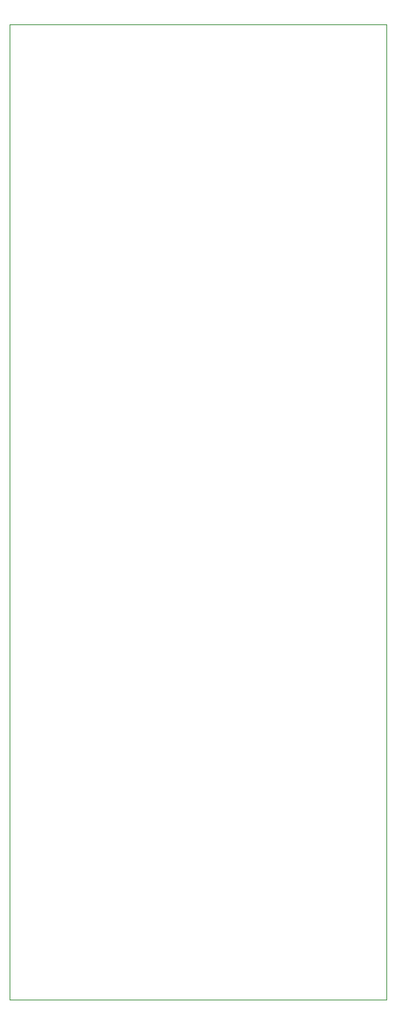
<source format=gbr>
G04 #@! TF.GenerationSoftware,KiCad,Pcbnew,(5.1.4-0-10_14)*
G04 #@! TF.CreationDate,2019-10-08T20:59:58-07:00*
G04 #@! TF.ProjectId,VCO_IO,56434f5f-494f-42e6-9b69-6361645f7063,rev?*
G04 #@! TF.SameCoordinates,Original*
G04 #@! TF.FileFunction,Profile,NP*
%FSLAX46Y46*%
G04 Gerber Fmt 4.6, Leading zero omitted, Abs format (unit mm)*
G04 Created by KiCad (PCBNEW (5.1.4-0-10_14)) date 2019-10-08 20:59:58*
%MOMM*%
%LPD*%
G04 APERTURE LIST*
%ADD10C,0.050000*%
G04 APERTURE END LIST*
D10*
X67310000Y-160020000D02*
X67310000Y-48260000D01*
X110490000Y-160020000D02*
X67310000Y-160020000D01*
X110490000Y-48260000D02*
X110490000Y-160020000D01*
X67310000Y-48260000D02*
X110490000Y-48260000D01*
M02*

</source>
